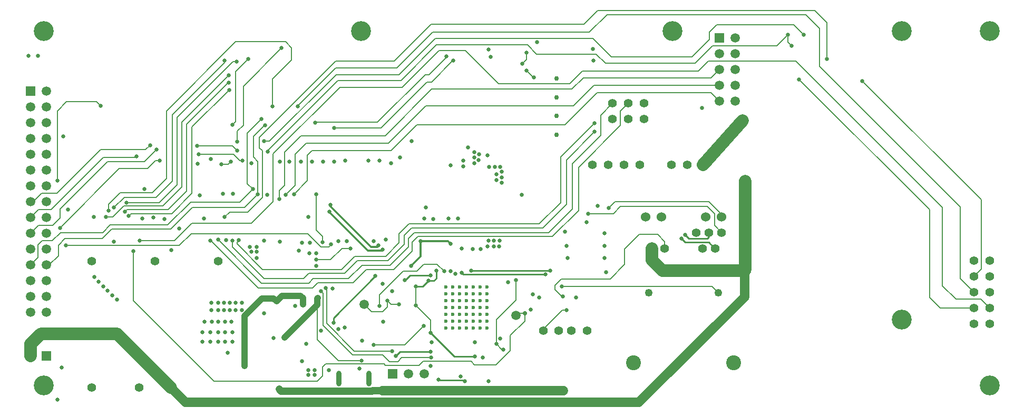
<source format=gbl>
G04 Layer_Physical_Order=4*
G04 Layer_Color=16711680*
%FSAX25Y25*%
%MOIN*%
G70*
G01*
G75*
%ADD27C,0.05906*%
%ADD36C,0.00984*%
%ADD37C,0.00800*%
%ADD38C,0.07874*%
%ADD39C,0.01299*%
%ADD40C,0.03937*%
%ADD43C,0.04724*%
%ADD45C,0.05906*%
%ADD46C,0.00988*%
%ADD61O,0.03347X0.09843*%
%ADD62C,0.05543*%
%ADD63R,0.05906X0.05906*%
%ADD64R,0.05906X0.05906*%
%ADD65C,0.04921*%
%ADD66C,0.09449*%
%ADD67C,0.06024*%
%ADD68C,0.12598*%
%ADD69C,0.02362*%
%ADD70C,0.02500*%
%ADD71C,0.03000*%
%ADD72C,0.02894*%
D27*
X0899000Y0165500D02*
D03*
X0803000Y0172500D02*
D03*
X0841000Y0128500D02*
D03*
X0831000D02*
D03*
X0592000Y0140000D02*
D03*
X0602000Y0177500D02*
D03*
X0592000D02*
D03*
Y0297500D02*
D03*
Y0287500D02*
D03*
Y0277500D02*
D03*
Y0267500D02*
D03*
Y0257500D02*
D03*
Y0247500D02*
D03*
Y0237500D02*
D03*
Y0227500D02*
D03*
Y0217500D02*
D03*
Y0207500D02*
D03*
Y0197500D02*
D03*
Y0187500D02*
D03*
Y0167500D02*
D03*
X0602000Y0307500D02*
D03*
Y0297500D02*
D03*
Y0287500D02*
D03*
Y0277500D02*
D03*
Y0267500D02*
D03*
Y0257500D02*
D03*
Y0247500D02*
D03*
Y0237500D02*
D03*
Y0227500D02*
D03*
Y0217500D02*
D03*
Y0207500D02*
D03*
Y0197500D02*
D03*
Y0187500D02*
D03*
Y0167500D02*
D03*
X1027500Y0331250D02*
D03*
Y0321250D02*
D03*
Y0311250D02*
D03*
Y0301250D02*
D03*
X1037500Y0341250D02*
D03*
Y0331250D02*
D03*
Y0321250D02*
D03*
Y0311250D02*
D03*
Y0301250D02*
D03*
D36*
X0850275Y0124658D02*
X0865592D01*
X0866500Y0123750D01*
X0850000Y0124933D02*
X0850275Y0124658D01*
X0870500Y0194000D02*
X0920500D01*
X0865500Y0191500D02*
X0917500D01*
X0864500Y0192500D02*
X0865500Y0191500D01*
X0832000Y0191000D02*
X0845000D01*
X0848500Y0189000D02*
Y0194000D01*
X0840000Y0184000D02*
X0843500Y0187500D01*
X0847000D01*
X0848500Y0189000D01*
X0823000Y0140000D02*
X0825500Y0142500D01*
X0835500Y0184000D02*
X0840000D01*
X0829000Y0188000D02*
X0832000Y0191000D01*
X0828500Y0188000D02*
X0829000D01*
X0783500Y0164000D02*
X0810000Y0190500D01*
X0825500Y0142500D02*
X0845000D01*
X0783500Y0161000D02*
Y0164000D01*
X0845000Y0154500D02*
X0860000Y0139500D01*
X0873000D01*
D37*
X0844000Y0318000D02*
X0855500Y0329500D01*
X0772000Y0287750D02*
X0811250D01*
X0739500Y0285500D02*
Y0286000D01*
X0742250Y0269250D02*
Y0270250D01*
X0905750Y0320500D02*
X0910250Y0316000D01*
X0690750Y0286500D02*
X0717125Y0312875D01*
X0927250Y0265750D02*
X0948750Y0287250D01*
X1076040Y0326500D02*
X1168750Y0233790D01*
X1020500Y0326500D02*
X1076040D01*
X1095750Y0327750D02*
Y0350750D01*
X1078000Y0315000D02*
X1160500Y0232500D01*
Y0177000D02*
Y0232500D01*
Y0177000D02*
X1167250Y0170250D01*
X1168750Y0184250D02*
Y0233790D01*
X1180000Y0188750D02*
Y0234250D01*
X1090924Y0323326D02*
X1180000Y0234250D01*
X1118000Y0314000D02*
X1193250Y0238750D01*
Y0195000D02*
Y0238750D01*
X1167250Y0170250D02*
X1188500D01*
X1193000Y0175750D02*
X1198500Y0170250D01*
X1177250Y0175750D02*
X1193000D01*
X1168750Y0184250D02*
X1177250Y0175750D01*
X1180000Y0188750D02*
X1188500Y0180250D01*
X1070924Y0338577D02*
X1073250Y0336250D01*
X1063924D02*
X1070924Y0343250D01*
Y0338577D02*
Y0343250D01*
X1188500Y0190250D02*
X1193250Y0195000D01*
X0841500Y0318000D02*
X0844000D01*
X0811250Y0287750D02*
X0841500Y0318000D01*
X0842750Y0313250D02*
X0845500D01*
X0813750Y0284250D02*
X0842750Y0313250D01*
X0824250Y0136250D02*
X0826750Y0138750D01*
X0819000Y0136250D02*
X0824250D01*
X0683000Y0213000D02*
X0694000Y0224000D01*
X0661000Y0213000D02*
X0683000D01*
X0614250Y0209750D02*
X0686000D01*
X0648100Y0258600D02*
X0666000D01*
X0610500Y0221000D02*
X0648100Y0258600D01*
X0636250Y0270500D02*
X0664750D01*
X0608750Y0243000D02*
X0636250Y0270500D01*
X0599000Y0243000D02*
X0608750D01*
X0640500Y0262750D02*
X0664000D01*
X0684500Y0248250D02*
Y0290750D01*
X0673250Y0237000D02*
X0684500Y0248250D01*
X0652500Y0237000D02*
X0673250D01*
X0681500Y0250500D02*
Y0292500D01*
X0671250Y0240250D02*
X0681500Y0250500D01*
X0651250Y0240250D02*
X0671250D01*
X0678000Y0252250D02*
Y0295000D01*
X0669000Y0243250D02*
X0678000Y0252250D01*
X0648500Y0243250D02*
X0669000D01*
X0684500Y0290750D02*
X0720000Y0326250D01*
X0681500Y0292500D02*
X0714500Y0325500D01*
X0690750Y0244250D02*
Y0286500D01*
X0679000Y0232500D02*
X0690750Y0244250D01*
X0694000Y0284750D02*
X0717625Y0308375D01*
X0694000Y0242750D02*
Y0284750D01*
X0681250Y0230000D02*
X0694000Y0242750D01*
X0726500Y0286000D02*
Y0310500D01*
X0722750Y0282250D02*
X0726500Y0286000D01*
X0722750Y0275500D02*
Y0282250D01*
X0745000Y0315250D02*
X0757000Y0327250D01*
X0745000Y0298000D02*
Y0315250D01*
X0726500Y0310500D02*
X0750750Y0334750D01*
X0834750Y0218000D02*
X0919500D01*
X0831000Y0214250D02*
X0834750Y0218000D01*
X0831000Y0209000D02*
Y0214250D01*
X0833000Y0221000D02*
X0916000D01*
X0828250Y0216250D02*
X0833000Y0221000D01*
X0828250Y0210500D02*
Y0216250D01*
X0831250Y0223500D02*
X0913750D01*
X0825000Y0217250D02*
X0831250Y0223500D01*
X0825000Y0211500D02*
Y0217250D01*
X0821500Y0194500D02*
X0833375Y0206375D01*
X0804250Y0194500D02*
X0821500D01*
X0796000Y0186250D02*
X0804250Y0194500D01*
X0818000Y0200250D02*
X0828250Y0210500D01*
X0798500Y0200250D02*
X0818000D01*
X0790500Y0192250D02*
X0798500Y0200250D01*
X0816500Y0203000D02*
X0825000Y0211500D01*
X0819250Y0197250D02*
X0831000Y0209000D01*
X0833375Y0211875D02*
X0837000Y0215500D01*
X0833375Y0206375D02*
Y0211875D01*
X0752750Y0248000D02*
Y0269000D01*
X0749250Y0244500D02*
X0752750Y0248000D01*
X0749250Y0239250D02*
Y0244500D01*
X0934500Y0233000D02*
Y0261500D01*
X0919500Y0218000D02*
X0934500Y0233000D01*
X0931000Y0236000D02*
Y0264000D01*
X0916000Y0221000D02*
X0931000Y0236000D01*
X0927250Y0237000D02*
Y0265750D01*
X0913750Y0223500D02*
X0927250Y0237000D01*
X0938500Y0259250D02*
X0965000Y0285750D01*
X0938500Y0232000D02*
Y0259250D01*
X0922000Y0215500D02*
X0938500Y0232000D01*
X0931000Y0264000D02*
X0948750Y0281750D01*
X0965000Y0294750D02*
X0970000Y0299750D01*
X0965000Y0285750D02*
Y0294750D01*
X0822000Y0326500D02*
X0845250Y0349750D01*
X0941896D02*
X0950750Y0358604D01*
X0845250Y0349750D02*
X0941896D01*
X0823750Y0322250D02*
X0846250Y0344750D01*
X0956500Y0356000D02*
X1082250D01*
X0846250Y0344750D02*
X0945250D01*
X0956500Y0356000D01*
X0787500Y0310000D02*
X0827000D01*
X0745250Y0267750D02*
X0787500Y0310000D01*
X0745250Y0237500D02*
Y0267750D01*
X0785000Y0326500D02*
X0822000D01*
X0736750Y0278250D02*
X0785000Y0326500D01*
Y0322250D02*
X0823750D01*
X0761000Y0298250D02*
X0785000Y0322250D01*
X0825000Y0318000D02*
X0848000Y0341000D01*
X0785250Y0318000D02*
X0825000D01*
X0743000Y0275750D02*
X0785250Y0318000D01*
X0826250Y0314250D02*
X0848750Y0336750D01*
X0786250Y0314250D02*
X0826250D01*
X0742250Y0270250D02*
X0786250Y0314250D01*
X0827000Y0310000D02*
X0850250Y0333250D01*
X0848000Y0341000D02*
X0947500D01*
X0848750Y0336750D02*
X0906250D01*
X0850250Y0333250D02*
X0867000D01*
X0784000Y0284250D02*
X0813750D01*
X0845750Y0308750D02*
X0934250D01*
X0816250Y0279250D02*
X0845750Y0308750D01*
X0763000Y0279250D02*
X0816250D01*
X0842000Y0298250D02*
X0935250D01*
X0818250Y0274500D02*
X0842000Y0298250D01*
X0766250Y0274500D02*
X0818250D01*
X0836250Y0286250D02*
X0930000D01*
X0820000Y0270000D02*
X0836250Y0286250D01*
X0770000Y0270000D02*
X0820000D01*
X0888000Y0312250D02*
X0933000D01*
X0867000Y0333250D02*
X0888000Y0312250D01*
X0759250Y0247750D02*
Y0267500D01*
X0753250Y0241750D02*
X0759250Y0247750D01*
X0767000Y0250750D02*
Y0267000D01*
X0758500Y0242250D02*
X0767000Y0250750D01*
X0959250Y0329250D02*
X1010250D01*
X0947500Y0341000D02*
X0959250Y0329250D01*
X1010250D02*
X1021250Y0340250D01*
X1012250Y0325250D02*
X1023250Y0336250D01*
X0955500Y0325250D02*
X1012250D01*
X0949750Y0331000D02*
X0955500Y0325250D01*
X0941000Y0320250D02*
X1014250D01*
X0933000Y0312250D02*
X0941000Y0320250D01*
X1022250Y0316000D02*
X1027500Y0321250D01*
X0941500Y0316000D02*
X1022250D01*
X0934250Y0308750D02*
X0941500Y0316000D01*
X1082250Y0356000D02*
X1090924Y0347326D01*
X1025924Y0349424D02*
X1074750D01*
X1021250Y0344750D02*
X1025924Y0349424D01*
X1074750D02*
X1080924Y0343250D01*
X1021250Y0340250D02*
Y0344750D01*
X1023250Y0336250D02*
X1063924D01*
X0906250Y0336750D02*
X0912000Y0331000D01*
X0949750D01*
X0935250Y0298250D02*
X0948250Y0311250D01*
X0678000Y0295000D02*
X0721750Y0338750D01*
X0729000Y0281000D02*
X0738000Y0290000D01*
X0761000Y0298000D02*
Y0298250D01*
X0736750Y0271500D02*
Y0278250D01*
Y0271500D02*
X0738500Y0269750D01*
X0666000Y0258600D02*
X0670900Y0263500D01*
X0673500D01*
X0664000Y0262750D02*
X0671750Y0270500D01*
X0658250Y0265500D02*
X0659000Y0266250D01*
X0638000Y0265500D02*
X0658250D01*
X0664750Y0270500D02*
X0667500Y0273250D01*
X0641250Y0236000D02*
X0648500Y0243250D01*
X0641250Y0231750D02*
Y0236000D01*
X0714500Y0325500D02*
Y0327000D01*
X0644750Y0233750D02*
X0651250Y0240250D01*
X0651000Y0234750D02*
X0675500D01*
X0644000Y0227750D02*
X0651000Y0234750D01*
X0675500D02*
X0687500Y0246750D01*
X0651750Y0231250D02*
X0653000Y0232500D01*
X0639500Y0227750D02*
X0644000D01*
X0653000Y0232500D02*
X0679000D01*
X0655500Y0230000D02*
X0681250D01*
X0654000Y0228500D02*
X0655500Y0230000D01*
X0768000Y0192250D02*
X0790500D01*
X0764750Y0189000D02*
X0768000Y0192250D01*
X0801500Y0197250D02*
X0819250D01*
X0793000Y0188750D02*
X0801500Y0197250D01*
X0770750Y0188750D02*
X0793000D01*
X0768000Y0186000D02*
X0770750Y0188750D01*
X0738000Y0186000D02*
X0768000D01*
X0773500Y0186250D02*
X0796000D01*
X0770250Y0183000D02*
X0773500Y0186250D01*
X0736000Y0183000D02*
X0770250D01*
X0778500Y0182750D02*
X0779250Y0182000D01*
X0706000Y0213000D02*
X0736000Y0183000D01*
X0826750Y0138750D02*
X0845250D01*
X0948250Y0311250D02*
X1027500D01*
X0739500Y0286000D02*
X0740250D01*
X0733000Y0279000D02*
X0739500Y0285500D01*
X0733000Y0265750D02*
Y0279000D01*
X0729250Y0231000D02*
X0738500Y0240250D01*
Y0269750D01*
X0739500Y0275750D02*
X0743000D01*
X0905500Y0327500D02*
Y0331750D01*
X0721750Y0320000D02*
X0729500Y0327750D01*
X0721750Y0288250D02*
Y0320000D01*
X0719750Y0286250D02*
X0721750Y0288250D01*
X0720250Y0267500D02*
X0724250Y0263500D01*
X0698250Y0267500D02*
X0720250D01*
X0724250Y0263500D02*
X0726000D01*
X0720000Y0326250D02*
X0722250D01*
X0687500Y0287750D02*
X0717250Y0317500D01*
X0680750Y0220250D02*
X0694250Y0233750D01*
X0686000Y0209750D02*
X0693500Y0217250D01*
X0767250D01*
X0694000Y0224000D02*
X0731750D01*
X0745250Y0237500D01*
X0718000Y0231000D02*
X0729250D01*
X0714750Y0227750D02*
X0718000Y0231000D01*
X0772500Y0219500D02*
Y0242250D01*
X0719500Y0272750D02*
X0722500Y0269750D01*
X0697250Y0272750D02*
X0719500D01*
X0687500Y0246750D02*
Y0287750D01*
X0593500Y0237500D02*
X0599000Y0243000D01*
X0592000Y0237500D02*
X0593500D01*
X0605000Y0232500D02*
X0638000Y0265500D01*
X0597000Y0232500D02*
X0605000D01*
X0592000Y0227500D02*
X0597000Y0232500D01*
Y0222500D02*
X0606000D01*
X0592000Y0217500D02*
X0597000Y0222500D01*
X0599250Y0212750D02*
X0605750D01*
X0592000Y0197500D02*
X0596750Y0202250D01*
Y0210250D01*
X0599250Y0212750D01*
X0678750Y0222750D02*
X0693250Y0237250D01*
X0643250Y0220250D02*
X0680750D01*
X0642250Y0222750D02*
X0678750D01*
X0602000Y0197500D02*
X0603750D01*
X0637500Y0218000D02*
X0642250Y0222750D01*
X0637250Y0214250D02*
X0643250Y0220250D01*
X0613750Y0214250D02*
X0637250D01*
X0609500Y0210000D02*
X0613750Y0214250D01*
X0609500Y0203250D02*
Y0210000D01*
X0603750Y0197500D02*
X0609500Y0203250D01*
X0605750Y0212750D02*
X0611000Y0218000D01*
X0637500D01*
X0609000Y0295000D02*
X0614750Y0300750D01*
X0609000Y0251000D02*
Y0295000D01*
X0718500Y0262750D02*
X0718750D01*
X0717000Y0261250D02*
X0718500Y0262750D01*
X0712750Y0261250D02*
X0717000D01*
X0910250Y0316000D02*
Y0316250D01*
X0705500Y0213000D02*
X0706000D01*
X0775500Y0209000D02*
X0780500D01*
X0782000Y0210500D01*
X0837000Y0215500D02*
X0922000D01*
X0944500Y0230000D02*
X0960500D01*
X0965000Y0234500D01*
X1028988Y0228031D02*
Y0229512D01*
X1021000Y0237500D02*
X1028988Y0229512D01*
X0961500Y0237500D02*
X1021000D01*
X1024500Y0222500D02*
Y0230000D01*
X1020000Y0234500D02*
X1024500Y0230000D01*
X0965000Y0234500D02*
X1020000D01*
X0835500Y0172000D02*
Y0184000D01*
Y0172000D02*
X0845000Y0162500D01*
Y0154500D02*
Y0162500D01*
X0832500Y0197000D02*
X0833500D01*
X0849000Y0198000D02*
X0853500Y0193500D01*
X0886500Y0147500D02*
X0890000Y0144000D01*
X0891000D01*
X0900500Y0167000D02*
X0904500D01*
X0899000Y0165500D02*
X0900500Y0167000D01*
X0828500Y0147000D02*
X0840500Y0159000D01*
X0809000Y0147000D02*
X0828500D01*
X0957500Y0233500D02*
X0961500Y0237500D01*
X1024500Y0222500D02*
X1028969Y0218032D01*
X0803000Y0172500D02*
X0807500Y0168000D01*
X0814500D01*
X0817500Y0171000D01*
Y0175000D01*
X0923500Y0184500D02*
X0927500Y0188500D01*
X0923500Y0182000D02*
Y0184500D01*
Y0182000D02*
X0928000Y0177500D01*
X0928500D01*
X1023000Y0184000D02*
X1027000Y0180000D01*
X0928000Y0184000D02*
X1023000D01*
X0602000Y0237500D02*
X0602980D01*
X0927500Y0188500D02*
X0958500D01*
X0934500Y0261500D02*
X0952500Y0279500D01*
Y0292250D01*
X0960000Y0299750D01*
X0948500Y0287250D02*
X0948750D01*
X0759250Y0267500D02*
X0766250Y0274500D01*
X0752750Y0269000D02*
X0763000Y0279250D01*
X0767000Y0267000D02*
X0770000Y0270000D01*
X1022250Y0306500D02*
X1027500Y0301250D01*
X0845500Y0313250D02*
X0859000Y0326750D01*
X0859250D01*
X0855000Y0329500D02*
X0855500D01*
X0814750Y0140500D02*
X0819000Y0136250D01*
X0816250Y0134000D02*
X0837750D01*
X0840250Y0136500D01*
X0870500D01*
X0872750Y0134250D01*
X0886250D01*
X0895250Y0143250D01*
Y0152750D01*
X0904500Y0162000D01*
Y0167000D01*
X0657000Y0175000D02*
X0708000Y0124000D01*
X0657000Y0175000D02*
Y0206250D01*
X0779250Y0160500D02*
Y0182000D01*
Y0160500D02*
X0796750Y0143000D01*
X0820500D01*
X0777100Y0159150D02*
Y0179650D01*
Y0159150D02*
X0795750Y0140500D01*
X0814750D01*
X0916284Y0156000D02*
Y0157034D01*
X0928250Y0169000D01*
X0931000D01*
X0958500Y0188500D02*
X0967750Y0197750D01*
Y0207500D01*
X0977000Y0216750D01*
X0988500D01*
X0993004Y0212246D01*
Y0208032D02*
Y0212246D01*
X0788500Y0194500D02*
X0797000Y0203000D01*
X0816500D01*
X0719500Y0209000D02*
X0739500Y0189000D01*
X0764750D01*
X0738750Y0194500D02*
X0788500D01*
X0710500Y0213500D02*
X0738000Y0186000D01*
X0719500Y0209000D02*
Y0213000D01*
X0722500Y0210750D02*
X0738750Y0194500D01*
X0722500Y0210750D02*
Y0212000D01*
X0723750Y0213250D01*
X0789000Y0208000D02*
X0794250D01*
X0886500Y0147500D02*
Y0162750D01*
X0899000Y0175250D01*
Y0188000D01*
X0772500Y0219500D02*
X0776500Y0215500D01*
Y0212000D02*
Y0215500D01*
X0767250Y0217250D02*
X0775500Y0209000D01*
X0781750Y0200750D02*
X0789000Y0208000D01*
X0772500Y0200750D02*
X0781750D01*
X0775750Y0181000D02*
X0777100Y0179650D01*
X0903000Y0325000D02*
X0905500Y0327500D01*
Y0320500D02*
X0905750D01*
X0708000Y0124000D02*
X0773250D01*
X0776500Y0127250D01*
X0721750Y0338750D02*
X0753250D01*
X0757000Y0335000D01*
Y0327250D02*
Y0335000D01*
X0614750Y0300750D02*
X0633750D01*
X0636250Y0298250D01*
X0606000Y0222500D02*
X0610750Y0227250D01*
Y0233000D01*
X0640500Y0262750D01*
X0776500Y0127250D02*
Y0132750D01*
X0778500Y0134750D01*
X0815500D01*
X0816250Y0134000D01*
X0729000Y0249000D02*
Y0281000D01*
Y0249000D02*
X0732500Y0245500D01*
X0693250Y0237250D02*
X0724250D01*
X0732500Y0245500D01*
X0694250Y0233750D02*
X0727250D01*
X0735750Y0242250D01*
Y0263000D01*
X0733000Y0265750D02*
X0735750Y0263000D01*
X0817500Y0175000D02*
X0820000Y0172500D01*
X0825000D01*
X0812500Y0171500D02*
Y0178500D01*
X0840750Y0198000D02*
X0849000D01*
X0812500Y0178500D02*
X0827500Y0193500D01*
X0836250D01*
X0840750Y0198000D01*
X0773250Y0150250D02*
Y0172250D01*
Y0150250D02*
X0786500Y0137000D01*
X0801250D01*
X1087896Y0358604D02*
X1095750Y0350750D01*
X0950750Y0358604D02*
X1087896D01*
X1014250Y0320250D02*
X1020500Y0326500D01*
X1090924Y0323326D02*
Y0347326D01*
X0950250Y0306500D02*
X1022250D01*
X0930000Y0286250D02*
X0950250Y0306500D01*
D38*
X1044065Y0194565D02*
Y0250500D01*
X0598500Y0154000D02*
X0646500D01*
X0991500Y0194000D02*
X1043500D01*
X0985012Y0200488D02*
X0991500Y0194000D01*
X0985012Y0200488D02*
Y0208032D01*
X0646500Y0154000D02*
X0680500Y0120000D01*
X0592000Y0147500D02*
X0598500Y0154000D01*
X0592000Y0140000D02*
Y0147500D01*
X1043500Y0194000D02*
X1044065Y0194565D01*
X1017250Y0260750D02*
X1042250Y0289000D01*
D39*
X0813900Y0206701D02*
X0814475Y0207275D01*
X0781000Y0231000D02*
X0805299Y0206701D01*
X0813900D01*
X0811250Y0209000D02*
X0812000Y0209750D01*
X0807250Y0209000D02*
X0811250D01*
X0832500Y0197000D02*
X0838500Y0203000D01*
X0856000Y0212500D02*
X0857500Y0211000D01*
X0838500Y0212500D02*
X0856000D01*
X0838500Y0203000D02*
Y0212500D01*
X0781750Y0234500D02*
X0807250Y0209000D01*
X0781000Y0231000D02*
Y0231100D01*
X0781750Y0234500D02*
Y0235500D01*
D40*
X0747500Y0174500D02*
X0751000Y0178000D01*
X0762750D01*
X0764250Y0176500D01*
Y0172500D02*
Y0176500D01*
X0745750Y0176250D02*
X0747500Y0174500D01*
X0738250Y0176250D02*
X0745750D01*
X0727250Y0165250D02*
X0738250Y0176250D01*
X0727250Y0133500D02*
Y0165250D01*
X0752500Y0151500D02*
X0773250Y0172250D01*
Y0176250D01*
X0773500Y0176500D01*
D43*
X0749250Y0118750D02*
X0750384Y0117616D01*
X0807967D01*
X0808351Y0118000D01*
X0814750D01*
D45*
X0690037Y0110463D02*
X0976713D01*
X0814750Y0118000D02*
X0929000D01*
X1043500Y0177250D02*
Y0194000D01*
X0976713Y0110463D02*
X1043500Y0177250D01*
X0680500Y0120000D02*
X0690037Y0110463D01*
D46*
X1003590Y0214340D02*
X1006034Y0211897D01*
X1020976Y0215226D02*
Y0218032D01*
X1019916Y0214166D02*
X1020976Y0215226D01*
X1008432Y0214166D02*
X1019916D01*
X1024718Y0208032D02*
X1024972D01*
X1022750D02*
X1024718D01*
X1020853Y0211897D02*
X1024718Y0208032D01*
X1006034Y0211897D02*
X1020853D01*
X1005924Y0216674D02*
X1008432Y0214166D01*
D61*
X0786953Y0125500D02*
D03*
X0806047D02*
D03*
D62*
X1188500Y0160250D02*
D03*
X1198500Y0200250D02*
D03*
Y0190250D02*
D03*
Y0180250D02*
D03*
Y0170250D02*
D03*
Y0160250D02*
D03*
X1188500Y0170250D02*
D03*
Y0180250D02*
D03*
Y0190250D02*
D03*
Y0200250D02*
D03*
X0926126Y0156000D02*
D03*
X0934000D02*
D03*
X0916284D02*
D03*
X0943843D02*
D03*
X0960000Y0289750D02*
D03*
X0970000D02*
D03*
X0980000D02*
D03*
X0960000Y0299750D02*
D03*
X0970000D02*
D03*
X0980000D02*
D03*
X1024972Y0208032D02*
D03*
X1020976Y0218032D02*
D03*
X1016980Y0208032D02*
D03*
X1012984Y0218032D02*
D03*
X0993004Y0208032D02*
D03*
X0985012D02*
D03*
X1028969Y0218032D02*
D03*
X0710500Y0200000D02*
D03*
X0630500Y0120000D02*
D03*
Y0200000D02*
D03*
X0670500D02*
D03*
X0660500Y0120000D02*
D03*
X0680500D02*
D03*
X1017250Y0260750D02*
D03*
X1007250D02*
D03*
X0997250D02*
D03*
X0977250D02*
D03*
X0967250D02*
D03*
X0957250D02*
D03*
X0947250D02*
D03*
D63*
X0821000Y0128500D02*
D03*
X0602000Y0140000D02*
D03*
D64*
X0592000Y0307500D02*
D03*
X1027500Y0341250D02*
D03*
D65*
X0982984Y0180000D02*
D03*
X1027000D02*
D03*
D66*
X1036744Y0135512D02*
D03*
X0973240D02*
D03*
D67*
X1028988Y0228031D02*
D03*
X1018988D02*
D03*
X0990996D02*
D03*
X0980996D02*
D03*
D68*
X0600248Y0121295D02*
D03*
X1198673D02*
D03*
Y0345705D02*
D03*
X0600248D02*
D03*
X1143000Y0163000D02*
D03*
Y0345705D02*
D03*
X0801035Y0345705D02*
D03*
X0997886D02*
D03*
D69*
X0880492Y0183492D02*
D03*
Y0179161D02*
D03*
Y0174831D02*
D03*
Y0170500D02*
D03*
Y0166169D02*
D03*
Y0161839D02*
D03*
Y0157508D02*
D03*
X0876161Y0183492D02*
D03*
Y0179161D02*
D03*
Y0174831D02*
D03*
Y0170500D02*
D03*
Y0166169D02*
D03*
Y0161839D02*
D03*
Y0157508D02*
D03*
X0871831Y0183492D02*
D03*
Y0179161D02*
D03*
Y0174831D02*
D03*
Y0170500D02*
D03*
Y0166169D02*
D03*
Y0161839D02*
D03*
Y0157508D02*
D03*
X0867500Y0183492D02*
D03*
Y0179161D02*
D03*
Y0174831D02*
D03*
Y0170500D02*
D03*
Y0166169D02*
D03*
Y0161839D02*
D03*
Y0157508D02*
D03*
X0863169Y0183492D02*
D03*
Y0179161D02*
D03*
Y0174831D02*
D03*
Y0170500D02*
D03*
Y0166169D02*
D03*
Y0161839D02*
D03*
Y0157508D02*
D03*
X0858839Y0183492D02*
D03*
Y0179161D02*
D03*
Y0174831D02*
D03*
Y0170500D02*
D03*
Y0166169D02*
D03*
Y0161839D02*
D03*
Y0157508D02*
D03*
X0854508Y0183492D02*
D03*
Y0179161D02*
D03*
Y0174831D02*
D03*
Y0170500D02*
D03*
Y0166169D02*
D03*
Y0161839D02*
D03*
Y0157508D02*
D03*
D70*
X1095750Y0327750D02*
D03*
X1118000Y0314000D02*
D03*
X1073250Y0336250D02*
D03*
X1070924Y0343250D02*
D03*
X0644750Y0212250D02*
D03*
X0862250Y0227000D02*
D03*
X0881500Y0124000D02*
D03*
X0912250Y0338500D02*
D03*
X0883000Y0329250D02*
D03*
X0881750Y0333750D02*
D03*
X0745000Y0298000D02*
D03*
X0761000D02*
D03*
X0673500Y0263500D02*
D03*
X0671750Y0270500D02*
D03*
X0659000Y0266250D02*
D03*
X0667500Y0273250D02*
D03*
X0641250Y0231750D02*
D03*
X0714500Y0327000D02*
D03*
X0652500Y0237000D02*
D03*
X0651750Y0231250D02*
D03*
X0644750Y0233750D02*
D03*
X0639500Y0227750D02*
D03*
X0654000Y0228500D02*
D03*
X0717250Y0317500D02*
D03*
X0778500Y0182750D02*
D03*
X0764250Y0172500D02*
D03*
X0766250Y0147500D02*
D03*
X0739500Y0166750D02*
D03*
X0745500Y0151250D02*
D03*
X0763500Y0136500D02*
D03*
X0716750Y0141750D02*
D03*
X0773500Y0176500D02*
D03*
X0752500Y0151500D02*
D03*
X0727250Y0133500D02*
D03*
X0747500Y0174500D02*
D03*
X0759250Y0171500D02*
D03*
X0760000Y0110500D02*
D03*
X0749250Y0118750D02*
D03*
X0866500Y0123750D02*
D03*
X0850000Y0124933D02*
D03*
X0929000Y0118000D02*
D03*
X0845250Y0138750D02*
D03*
X0801250Y0137000D02*
D03*
X0784000Y0284250D02*
D03*
X0740250Y0286000D02*
D03*
X0738000Y0290000D02*
D03*
X0772000Y0287500D02*
D03*
X0750750Y0334750D02*
D03*
X0905500Y0331750D02*
D03*
X0719750Y0286250D02*
D03*
X0729500Y0327750D02*
D03*
X0722250Y0326250D02*
D03*
X0717250Y0312750D02*
D03*
X0717625Y0308375D02*
D03*
X0742000Y0269250D02*
D03*
X0739500Y0275750D02*
D03*
X0722750Y0275500D02*
D03*
X0661000Y0213000D02*
D03*
X0636250Y0298250D02*
D03*
X0714750Y0227750D02*
D03*
X0772500Y0242250D02*
D03*
X0726000Y0263500D02*
D03*
X0722500Y0269750D02*
D03*
X0697250Y0272750D02*
D03*
X0686000Y0220500D02*
D03*
X0614250Y0209750D02*
D03*
X0731500Y0262000D02*
D03*
X0610500Y0221000D02*
D03*
X0698250Y0267500D02*
D03*
X0609000Y0251000D02*
D03*
X0718750Y0262750D02*
D03*
X0712750Y0261250D02*
D03*
X0814475Y0207275D02*
D03*
X0812000Y0209750D02*
D03*
X0816500Y0213500D02*
D03*
X0590750Y0330000D02*
D03*
X0596500D02*
D03*
X0910250Y0316250D02*
D03*
X0948000Y0326750D02*
D03*
X0902500Y0242000D02*
D03*
X0931000Y0209500D02*
D03*
X0950500Y0235000D02*
D03*
X0841000Y0227000D02*
D03*
X0713500Y0242500D02*
D03*
X0908250Y0169250D02*
D03*
X0820500Y0143000D02*
D03*
X0873000Y0148500D02*
D03*
X0894000Y0186500D02*
D03*
X0878000Y0139000D02*
D03*
X0820500Y0181000D02*
D03*
X0930000Y0218500D02*
D03*
X0956000Y0193000D02*
D03*
X0780500Y0131000D02*
D03*
X0790500Y0158000D02*
D03*
X0786500Y0157000D02*
D03*
X0815000Y0161500D02*
D03*
X0913500Y0177000D02*
D03*
X0845000Y0133500D02*
D03*
X0845500Y0148500D02*
D03*
X0782000Y0210500D02*
D03*
X0719000Y0161500D02*
D03*
X0715000D02*
D03*
X0710500D02*
D03*
X0706500D02*
D03*
X0702000D02*
D03*
X0705500Y0213000D02*
D03*
X0710500Y0213500D02*
D03*
X0615500Y0232500D02*
D03*
X0955000Y0202000D02*
D03*
Y0209500D02*
D03*
Y0217500D02*
D03*
X0943500Y0224500D02*
D03*
X0931500Y0202000D02*
D03*
X0857500Y0260500D02*
D03*
X0833000Y0276000D02*
D03*
X0825500Y0265500D02*
D03*
X0820000Y0262000D02*
D03*
X0805500Y0263500D02*
D03*
X0791000D02*
D03*
X0784000Y0263000D02*
D03*
X0777000D02*
D03*
X0770000D02*
D03*
X0763000D02*
D03*
X0755500D02*
D03*
X0749500D02*
D03*
X0720000Y0242500D02*
D03*
X0706000Y0264500D02*
D03*
X0699083Y0241500D02*
D03*
X0663890Y0245610D02*
D03*
X0809000Y0212500D02*
D03*
X0792000D02*
D03*
X0786500D02*
D03*
X0739500Y0213000D02*
D03*
X0701500Y0227000D02*
D03*
X0676500Y0226500D02*
D03*
X0669500Y0227500D02*
D03*
X0662500Y0227000D02*
D03*
X0632000Y0228000D02*
D03*
X0889000Y0151000D02*
D03*
X0937000Y0177000D02*
D03*
X0876500Y0207500D02*
D03*
X0890000Y0249500D02*
D03*
Y0253000D02*
D03*
Y0256500D02*
D03*
X0888500Y0213000D02*
D03*
X0881500D02*
D03*
X0881000Y0267000D02*
D03*
X0872500Y0269000D02*
D03*
X0864500Y0208000D02*
D03*
X0871500Y0207500D02*
D03*
X0865500Y0263500D02*
D03*
X0860610Y0192000D02*
D03*
X0857500Y0193500D02*
D03*
X0909500Y0179000D02*
D03*
X0801500Y0149500D02*
D03*
X0612500Y0279000D02*
D03*
X0681000Y0207000D02*
D03*
X0814500Y0185500D02*
D03*
X0881000Y0209250D02*
D03*
X0885000D02*
D03*
X0888250D02*
D03*
X1003590Y0214340D02*
D03*
X1005924Y0216674D02*
D03*
X0920500Y0194000D02*
D03*
X0917500Y0191500D02*
D03*
X0832500Y0197000D02*
D03*
X0899000Y0188000D02*
D03*
X0845000Y0191000D02*
D03*
X0848500Y0194000D02*
D03*
X0843500Y0187500D02*
D03*
X0931000Y0169000D02*
D03*
X0857500Y0211000D02*
D03*
X0838500Y0212500D02*
D03*
X0800000Y0131750D02*
D03*
X0823000Y0140000D02*
D03*
X0817500Y0175000D02*
D03*
X0886500Y0147500D02*
D03*
X0891000Y0144000D02*
D03*
X0957500Y0233500D02*
D03*
X0873000Y0139500D02*
D03*
X0845000Y0154500D02*
D03*
X0835500Y0172000D02*
D03*
Y0184000D02*
D03*
X0828500Y0188000D02*
D03*
X0870500Y0194000D02*
D03*
X0864500Y0192500D02*
D03*
X0853500Y0193500D02*
D03*
X0840500Y0159000D02*
D03*
X0809000Y0147000D02*
D03*
X0944500Y0230000D02*
D03*
X0810000Y0190500D02*
D03*
X0812500Y0171500D02*
D03*
X0928000Y0184000D02*
D03*
X0928500Y0177500D02*
D03*
X0845000Y0142500D02*
D03*
X0825000Y0172500D02*
D03*
X0783500Y0161000D02*
D03*
X1044065Y0250500D02*
D03*
X1042000Y0246500D02*
D03*
X1045750D02*
D03*
X1042250Y0289000D02*
D03*
X1016500Y0296750D02*
D03*
X0948750Y0281750D02*
D03*
X0948500Y0287250D02*
D03*
X0741500Y0242000D02*
D03*
X0732500Y0245500D02*
D03*
X0735750Y0242250D02*
D03*
X0781000Y0231100D02*
D03*
X0749250Y0239250D02*
D03*
X0753250Y0241750D02*
D03*
X0758500Y0242250D02*
D03*
X0697750Y0261500D02*
D03*
X0859250Y0326750D02*
D03*
X0855000Y0329500D02*
D03*
X0657000Y0206250D02*
D03*
X0864000Y0127000D02*
D03*
X0771750Y0131000D02*
D03*
X0767750D02*
D03*
X0772500Y0196750D02*
D03*
X0715500Y0213250D02*
D03*
X0719500Y0213000D02*
D03*
X0723750Y0213250D02*
D03*
X0735000Y0209000D02*
D03*
X0730750D02*
D03*
X0735000Y0205750D02*
D03*
Y0202000D02*
D03*
X0731500Y0205750D02*
D03*
X0749500Y0212250D02*
D03*
X0706250Y0173500D02*
D03*
Y0169000D02*
D03*
X0710500D02*
D03*
Y0173500D02*
D03*
X0714250Y0169000D02*
D03*
Y0173500D02*
D03*
X0718000Y0169000D02*
D03*
Y0173500D02*
D03*
X0721750Y0169000D02*
D03*
Y0173500D02*
D03*
X0725500Y0169000D02*
D03*
Y0173500D02*
D03*
X0700750Y0155000D02*
D03*
X0705750D02*
D03*
X0710500D02*
D03*
X0715000Y0148750D02*
D03*
X0719750D02*
D03*
X0705750D02*
D03*
X0700750D02*
D03*
X0715000Y0155000D02*
D03*
X0710500Y0148750D02*
D03*
X0794250Y0208000D02*
D03*
X0761750Y0206500D02*
D03*
X0632250Y0189750D02*
D03*
X0635000Y0187000D02*
D03*
X0638000Y0184000D02*
D03*
X0640750Y0181250D02*
D03*
X0646500Y0175500D02*
D03*
X0643625Y0178375D02*
D03*
X0885000Y0213000D02*
D03*
X0812500Y0263500D02*
D03*
X0842000Y0234000D02*
D03*
X0868500Y0272000D02*
D03*
X0781750Y0235500D02*
D03*
X0776500Y0212000D02*
D03*
X0846610Y0226500D02*
D03*
X0882000Y0259500D02*
D03*
X0889000D02*
D03*
X0885500D02*
D03*
X0872500Y0262000D02*
D03*
X0856250Y0227000D02*
D03*
X0763500Y0211500D02*
D03*
X0865500Y0259750D02*
D03*
X0768750Y0211500D02*
D03*
X0768250Y0205000D02*
D03*
X0772500D02*
D03*
X0719750Y0155000D02*
D03*
X0772500Y0200750D02*
D03*
X0783000Y0182500D02*
D03*
X0775750Y0181000D02*
D03*
X0886750Y0255000D02*
D03*
Y0251250D02*
D03*
X0872500Y0265500D02*
D03*
X0875500Y0267500D02*
D03*
X0875250Y0263750D02*
D03*
X0947500Y0334250D02*
D03*
X0903000Y0325000D02*
D03*
X0905500Y0320500D02*
D03*
X0611750Y0132500D02*
D03*
X0775500Y0155750D02*
D03*
X0767750Y0127750D02*
D03*
X0771750D02*
D03*
X0767750Y0227750D02*
D03*
X0609000Y0112250D02*
D03*
X1078000Y0315000D02*
D03*
X1080924Y0343250D02*
D03*
D71*
X0924667Y0279941D02*
D03*
Y0291752D02*
D03*
Y0303563D02*
D03*
X0924500Y0315500D02*
D03*
D72*
X0904500Y0167000D02*
D03*
M02*

</source>
